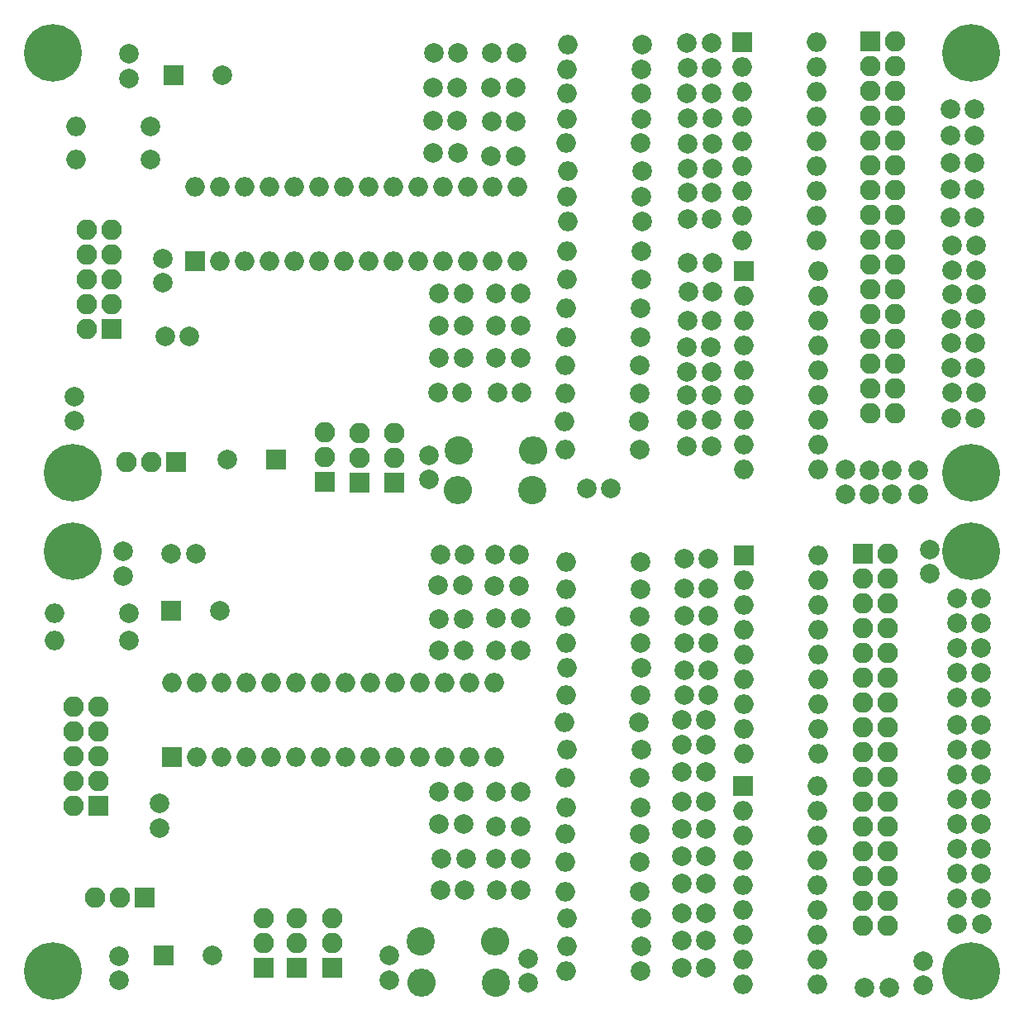
<source format=gbr>
G04 #@! TF.FileFunction,Soldermask,Top*
%FSLAX46Y46*%
G04 Gerber Fmt 4.6, Leading zero omitted, Abs format (unit mm)*
G04 Created by KiCad (PCBNEW 4.0.7) date 03/03/19 07:05:51*
%MOMM*%
%LPD*%
G01*
G04 APERTURE LIST*
%ADD10C,0.100000*%
%ADD11C,2.000000*%
%ADD12R,2.000000X2.000000*%
%ADD13O,2.000000X2.000000*%
%ADD14R,2.100000X2.100000*%
%ADD15O,2.100000X2.100000*%
%ADD16C,5.900000*%
%ADD17C,2.900000*%
%ADD18O,2.900000X2.900000*%
G04 APERTURE END LIST*
D10*
D11*
X88392000Y-144424400D03*
X88392000Y-146924400D03*
X118618000Y-115214400D03*
X121118000Y-115214400D03*
D12*
X124714000Y-74320400D03*
D13*
X132334000Y-94640400D03*
X124714000Y-76860400D03*
X132334000Y-92100400D03*
X124714000Y-79400400D03*
X132334000Y-89560400D03*
X124714000Y-81940400D03*
X132334000Y-87020400D03*
X124714000Y-84480400D03*
X132334000Y-84480400D03*
X124714000Y-87020400D03*
X132334000Y-81940400D03*
X124714000Y-89560400D03*
X132334000Y-79400400D03*
X124714000Y-92100400D03*
X132334000Y-76860400D03*
X124714000Y-94640400D03*
X132334000Y-74320400D03*
D12*
X124561600Y-50850800D03*
D13*
X132181600Y-71170800D03*
X124561600Y-53390800D03*
X132181600Y-68630800D03*
X124561600Y-55930800D03*
X132181600Y-66090800D03*
X124561600Y-58470800D03*
X132181600Y-63550800D03*
X124561600Y-61010800D03*
X132181600Y-61010800D03*
X124561600Y-63550800D03*
X132181600Y-58470800D03*
X124561600Y-66090800D03*
X132181600Y-55930800D03*
X124561600Y-68630800D03*
X132181600Y-53390800D03*
X124561600Y-71170800D03*
X132181600Y-50850800D03*
D11*
X95478600Y-51993800D03*
X92978600Y-51993800D03*
X101447600Y-51968400D03*
X98947600Y-51968400D03*
X95402400Y-55549800D03*
X92902400Y-55549800D03*
X101371400Y-55524400D03*
X98871400Y-55524400D03*
X95402400Y-58877200D03*
X92902400Y-58877200D03*
X101396800Y-59029600D03*
X98896800Y-59029600D03*
X95427800Y-62204600D03*
X92927800Y-62204600D03*
X101346000Y-62509400D03*
X98846000Y-62509400D03*
D12*
X76835000Y-93624400D03*
D11*
X71835000Y-93624400D03*
D14*
X88963500Y-95973900D03*
D15*
X88963500Y-93433900D03*
X88963500Y-90893900D03*
D14*
X85407500Y-95973900D03*
D15*
X85407500Y-93433900D03*
X85407500Y-90893900D03*
D14*
X66548000Y-93878400D03*
D15*
X64008000Y-93878400D03*
X61468000Y-93878400D03*
D11*
X63982600Y-62915800D03*
D13*
X56362600Y-62915800D03*
D16*
X54000000Y-52000000D03*
X56000000Y-95000000D03*
X148000000Y-52000000D03*
D11*
X63931800Y-59512200D03*
D13*
X56311800Y-59512200D03*
D11*
X67970400Y-81026000D03*
X65470400Y-81026000D03*
X65227200Y-75539600D03*
X65227200Y-73039600D03*
X101854000Y-79908400D03*
X99354000Y-79908400D03*
X96012000Y-79908400D03*
X93512000Y-79908400D03*
X118948200Y-50939700D03*
X121448200Y-50939700D03*
X101854000Y-83210400D03*
X99354000Y-83210400D03*
X118986300Y-53454300D03*
X121486300Y-53454300D03*
X96012000Y-83210400D03*
X93512000Y-83210400D03*
X118948200Y-56083200D03*
X121448200Y-56083200D03*
X101981000Y-86766400D03*
X99481000Y-86766400D03*
D14*
X81851500Y-95910400D03*
D15*
X81851500Y-93370400D03*
X81851500Y-90830400D03*
D12*
X68564760Y-73258680D03*
D13*
X101584760Y-65638680D03*
X71104760Y-73258680D03*
X99044760Y-65638680D03*
X73644760Y-73258680D03*
X96504760Y-65638680D03*
X76184760Y-73258680D03*
X93964760Y-65638680D03*
X78724760Y-73258680D03*
X91424760Y-65638680D03*
X81264760Y-73258680D03*
X88884760Y-65638680D03*
X83804760Y-73258680D03*
X86344760Y-65638680D03*
X86344760Y-73258680D03*
X83804760Y-65638680D03*
X88884760Y-73258680D03*
X81264760Y-65638680D03*
X91424760Y-73258680D03*
X78724760Y-65638680D03*
X93964760Y-73258680D03*
X76184760Y-65638680D03*
X96504760Y-73258680D03*
X73644760Y-65638680D03*
X99044760Y-73258680D03*
X71104760Y-65638680D03*
X101584760Y-73258680D03*
X68564760Y-65638680D03*
D11*
X114330480Y-51130200D03*
D13*
X106710480Y-51130200D03*
D11*
X114261900Y-53644800D03*
D13*
X106641900Y-53644800D03*
D11*
X114261900Y-56121300D03*
D13*
X106641900Y-56121300D03*
D11*
X114218720Y-58701940D03*
D13*
X106598720Y-58701940D03*
D11*
X114185700Y-61188600D03*
D13*
X106565700Y-61188600D03*
D11*
X114376200Y-64084200D03*
D13*
X106756200Y-64084200D03*
D11*
X114274600Y-66664840D03*
D13*
X106654600Y-66664840D03*
D11*
X114300000Y-69265800D03*
D13*
X106680000Y-69265800D03*
D11*
X114218720Y-72252840D03*
D13*
X106598720Y-72252840D03*
D11*
X114249200Y-75189080D03*
D13*
X106629200Y-75189080D03*
D11*
X114193320Y-78094840D03*
D13*
X106573320Y-78094840D03*
D11*
X114137440Y-81056480D03*
D13*
X106517440Y-81056480D03*
D11*
X114081560Y-83931760D03*
D13*
X106461560Y-83931760D03*
D11*
X114035840Y-89728040D03*
D13*
X106415840Y-89728040D03*
D11*
X114056160Y-92618560D03*
D13*
X106436160Y-92618560D03*
D17*
X95554800Y-92649040D03*
D18*
X103174800Y-92649040D03*
D11*
X114096800Y-86847680D03*
D13*
X106476800Y-86847680D03*
D14*
X137693400Y-50800000D03*
D15*
X140233400Y-50800000D03*
X137693400Y-53340000D03*
X140233400Y-53340000D03*
X137693400Y-55880000D03*
X140233400Y-55880000D03*
X137693400Y-58420000D03*
X140233400Y-58420000D03*
X137693400Y-60960000D03*
X140233400Y-60960000D03*
X137693400Y-63500000D03*
X140233400Y-63500000D03*
X137693400Y-66040000D03*
X140233400Y-66040000D03*
X137693400Y-68580000D03*
X140233400Y-68580000D03*
X137693400Y-71120000D03*
X140233400Y-71120000D03*
X137693400Y-73660000D03*
X140233400Y-73660000D03*
X137693400Y-76200000D03*
X140233400Y-76200000D03*
X137693400Y-78740000D03*
X140233400Y-78740000D03*
X137693400Y-81280000D03*
X140233400Y-81280000D03*
X137693400Y-83820000D03*
X140233400Y-83820000D03*
X137693400Y-86360000D03*
X140233400Y-86360000D03*
X137693400Y-88900000D03*
X140233400Y-88900000D03*
D12*
X66319400Y-54229000D03*
D11*
X71319400Y-54229000D03*
X96012000Y-76606400D03*
X93512000Y-76606400D03*
X119024400Y-58635900D03*
X121524400Y-58635900D03*
X95885000Y-86766400D03*
X93385000Y-86766400D03*
X118999000Y-61244480D03*
X121499000Y-61244480D03*
X118999000Y-63789560D03*
X121499000Y-63789560D03*
X118968520Y-66273680D03*
X121468520Y-66273680D03*
X118968520Y-68955920D03*
X121468520Y-68955920D03*
X119014240Y-73436480D03*
X121514240Y-73436480D03*
X119054880Y-76443840D03*
X121554880Y-76443840D03*
X118973600Y-79400400D03*
X121473600Y-79400400D03*
X118872000Y-82105500D03*
X121372000Y-82105500D03*
X118917720Y-84612480D03*
X121417720Y-84612480D03*
X118910100Y-87058500D03*
X121410100Y-87058500D03*
X118910100Y-89573100D03*
X121410100Y-89573100D03*
X118943120Y-92232480D03*
X121443120Y-92232480D03*
X145897600Y-60452000D03*
X148397600Y-60452000D03*
X145897600Y-63195200D03*
X148397600Y-63195200D03*
X145897600Y-65938400D03*
X148397600Y-65938400D03*
D16*
X148000000Y-95000000D03*
D17*
X103098600Y-96758760D03*
D18*
X95478600Y-96758760D03*
D11*
X92511880Y-93182440D03*
X92511880Y-95682440D03*
X101854000Y-76606400D03*
X99354000Y-76606400D03*
X145897600Y-68834000D03*
X148397600Y-68834000D03*
X146050000Y-71678800D03*
X148550000Y-71678800D03*
X146050000Y-74218800D03*
X148550000Y-74218800D03*
X146050000Y-76708000D03*
X148550000Y-76708000D03*
X145999200Y-79248000D03*
X148499200Y-79248000D03*
X145999200Y-81686400D03*
X148499200Y-81686400D03*
X145999200Y-84226400D03*
X148499200Y-84226400D03*
X146050000Y-86766400D03*
X148550000Y-86766400D03*
X145999200Y-89357200D03*
X148499200Y-89357200D03*
X142646400Y-94691200D03*
X142646400Y-97191200D03*
X139943840Y-94716600D03*
X139943840Y-97216600D03*
X137581640Y-94681040D03*
X137581640Y-97181040D03*
X135143240Y-94640400D03*
X135143240Y-97140400D03*
X64922400Y-131368800D03*
X64922400Y-128868800D03*
X68580000Y-103276400D03*
X66080000Y-103276400D03*
D12*
X65278000Y-144424400D03*
D11*
X70278000Y-144424400D03*
D12*
X66040000Y-109118400D03*
D11*
X71040000Y-109118400D03*
X96164400Y-103327200D03*
X93664400Y-103327200D03*
X101752400Y-103327200D03*
X99252400Y-103327200D03*
X95961200Y-106527600D03*
X93461200Y-106527600D03*
X101701600Y-106578400D03*
X99201600Y-106578400D03*
X96012000Y-109931200D03*
X93512000Y-109931200D03*
X101854000Y-109880400D03*
X99354000Y-109880400D03*
X96012000Y-113182400D03*
X93512000Y-113182400D03*
X101854000Y-113182400D03*
X99354000Y-113182400D03*
X101854000Y-127660400D03*
X99354000Y-127660400D03*
X96012000Y-127660400D03*
X93512000Y-127660400D03*
X101854000Y-131216400D03*
X99354000Y-131216400D03*
X96012000Y-130962400D03*
X93512000Y-130962400D03*
X118618000Y-103784400D03*
X121118000Y-103784400D03*
X101854000Y-134518400D03*
X99354000Y-134518400D03*
X118618000Y-106832400D03*
X121118000Y-106832400D03*
X96266000Y-134518400D03*
X93766000Y-134518400D03*
X118618000Y-109626400D03*
X121118000Y-109626400D03*
X101904800Y-137718800D03*
X99404800Y-137718800D03*
X118618000Y-112420400D03*
X121118000Y-112420400D03*
X96164400Y-137769600D03*
X93664400Y-137769600D03*
X118618000Y-117754400D03*
X121118000Y-117754400D03*
X118364000Y-120294400D03*
X120864000Y-120294400D03*
X118364000Y-122834400D03*
X120864000Y-122834400D03*
X118364000Y-125628400D03*
X120864000Y-125628400D03*
X118364000Y-128676400D03*
X120864000Y-128676400D03*
X118364000Y-131470400D03*
X120864000Y-131470400D03*
X118364000Y-134264400D03*
X120864000Y-134264400D03*
X118364000Y-137058400D03*
X120864000Y-137058400D03*
X118364000Y-140106400D03*
X120864000Y-140106400D03*
X118364000Y-142900400D03*
X120864000Y-142900400D03*
X118364000Y-145694400D03*
X120864000Y-145694400D03*
X143802100Y-105308400D03*
X143802100Y-102808400D03*
X146558000Y-107848400D03*
X149058000Y-107848400D03*
X146558000Y-110388400D03*
X149058000Y-110388400D03*
X146558000Y-112928400D03*
X149058000Y-112928400D03*
X146558000Y-115468400D03*
X149058000Y-115468400D03*
X146558000Y-118008400D03*
X149058000Y-118008400D03*
X146558000Y-120802400D03*
X149058000Y-120802400D03*
X146558000Y-123342400D03*
X149058000Y-123342400D03*
X146558000Y-125882400D03*
X149058000Y-125882400D03*
X146558000Y-128422400D03*
X149058000Y-128422400D03*
X146558000Y-130962400D03*
X149058000Y-130962400D03*
X146558000Y-133502400D03*
X149058000Y-133502400D03*
X146558000Y-136042400D03*
X149058000Y-136042400D03*
X146558000Y-138582400D03*
X149058000Y-138582400D03*
X146629120Y-141183360D03*
X149129120Y-141183360D03*
X143129000Y-147472400D03*
X143129000Y-144972400D03*
D16*
X56000000Y-103000000D03*
X54000000Y-146000000D03*
X148000000Y-103000000D03*
D14*
X136906000Y-103276400D03*
D15*
X139446000Y-103276400D03*
X136906000Y-105816400D03*
X139446000Y-105816400D03*
X136906000Y-108356400D03*
X139446000Y-108356400D03*
X136906000Y-110896400D03*
X139446000Y-110896400D03*
X136906000Y-113436400D03*
X139446000Y-113436400D03*
X136906000Y-115976400D03*
X139446000Y-115976400D03*
X136906000Y-118516400D03*
X139446000Y-118516400D03*
X136906000Y-121056400D03*
X139446000Y-121056400D03*
X136906000Y-123596400D03*
X139446000Y-123596400D03*
X136906000Y-126136400D03*
X139446000Y-126136400D03*
X136906000Y-128676400D03*
X139446000Y-128676400D03*
X136906000Y-131216400D03*
X139446000Y-131216400D03*
X136906000Y-133756400D03*
X139446000Y-133756400D03*
X136906000Y-136296400D03*
X139446000Y-136296400D03*
X136906000Y-138836400D03*
X139446000Y-138836400D03*
X136906000Y-141376400D03*
X139446000Y-141376400D03*
D16*
X148000000Y-146000000D03*
D14*
X82550000Y-145694400D03*
D15*
X82550000Y-143154400D03*
X82550000Y-140614400D03*
D14*
X78952000Y-145692400D03*
D15*
X78952000Y-143152400D03*
X78952000Y-140612400D03*
D14*
X63373000Y-138455400D03*
D15*
X60833000Y-138455400D03*
X58293000Y-138455400D03*
D14*
X75552000Y-145692400D03*
D15*
X75552000Y-143152400D03*
X75552000Y-140612400D03*
D11*
X114132000Y-104126400D03*
D13*
X106512000Y-104126400D03*
D11*
X114182000Y-106876400D03*
D13*
X106562000Y-106876400D03*
D11*
X114082000Y-109726400D03*
D13*
X106462000Y-109726400D03*
D11*
X114182000Y-112376400D03*
D13*
X106562000Y-112376400D03*
D11*
X114232000Y-114976400D03*
D13*
X106612000Y-114976400D03*
D11*
X114132000Y-117726400D03*
D13*
X106512000Y-117726400D03*
D11*
X114032000Y-120526400D03*
D13*
X106412000Y-120526400D03*
D11*
X114232000Y-123376400D03*
D13*
X106612000Y-123376400D03*
D11*
X114082000Y-126226400D03*
D13*
X106462000Y-126226400D03*
D11*
X114152000Y-129256400D03*
D13*
X106532000Y-129256400D03*
D11*
X114082000Y-131976400D03*
D13*
X106462000Y-131976400D03*
D11*
X114062000Y-134856400D03*
D13*
X106442000Y-134856400D03*
D11*
X114082000Y-137876400D03*
D13*
X106462000Y-137876400D03*
D11*
X114232000Y-140636400D03*
D13*
X106612000Y-140636400D03*
D11*
X114222000Y-143526400D03*
D13*
X106602000Y-143526400D03*
D11*
X114182000Y-145996400D03*
D13*
X106562000Y-145996400D03*
D17*
X91617800Y-142941040D03*
D18*
X99237800Y-142941040D03*
D17*
X99329240Y-147218400D03*
D18*
X91709240Y-147218400D03*
D11*
X61722000Y-112166400D03*
D13*
X54102000Y-112166400D03*
D11*
X61722000Y-109372400D03*
D13*
X54102000Y-109372400D03*
D12*
X66132000Y-124076400D03*
D13*
X99152000Y-116456400D03*
X68672000Y-124076400D03*
X96612000Y-116456400D03*
X71212000Y-124076400D03*
X94072000Y-116456400D03*
X73752000Y-124076400D03*
X91532000Y-116456400D03*
X76292000Y-124076400D03*
X88992000Y-116456400D03*
X78832000Y-124076400D03*
X86452000Y-116456400D03*
X81372000Y-124076400D03*
X83912000Y-116456400D03*
X83912000Y-124076400D03*
X81372000Y-116456400D03*
X86452000Y-124076400D03*
X78832000Y-116456400D03*
X88992000Y-124076400D03*
X76292000Y-116456400D03*
X91532000Y-124076400D03*
X73752000Y-116456400D03*
X94072000Y-124076400D03*
X71212000Y-116456400D03*
X96612000Y-124076400D03*
X68672000Y-116456400D03*
X99152000Y-124076400D03*
X66132000Y-116456400D03*
D12*
X124739400Y-103479600D03*
D13*
X132359400Y-123799600D03*
X124739400Y-106019600D03*
X132359400Y-121259600D03*
X124739400Y-108559600D03*
X132359400Y-118719600D03*
X124739400Y-111099600D03*
X132359400Y-116179600D03*
X124739400Y-113639600D03*
X132359400Y-113639600D03*
X124739400Y-116179600D03*
X132359400Y-111099600D03*
X124739400Y-118719600D03*
X132359400Y-108559600D03*
X124739400Y-121259600D03*
X132359400Y-106019600D03*
X124739400Y-123799600D03*
X132359400Y-103479600D03*
D12*
X124632000Y-127076400D03*
D13*
X132252000Y-147396400D03*
X124632000Y-129616400D03*
X132252000Y-144856400D03*
X124632000Y-132156400D03*
X132252000Y-142316400D03*
X124632000Y-134696400D03*
X132252000Y-139776400D03*
X124632000Y-137236400D03*
X132252000Y-137236400D03*
X124632000Y-139776400D03*
X132252000Y-134696400D03*
X124632000Y-142316400D03*
X132252000Y-132156400D03*
X124632000Y-144856400D03*
X132252000Y-129616400D03*
X124632000Y-147396400D03*
X132252000Y-127076400D03*
D11*
X108625640Y-96621600D03*
X111125640Y-96621600D03*
X102641400Y-144744440D03*
X102641400Y-147244440D03*
X148386800Y-57708800D03*
X145886800Y-57708800D03*
X139649200Y-147751800D03*
X137149200Y-147751800D03*
X56134000Y-87147400D03*
X56134000Y-89647400D03*
X61760100Y-54584600D03*
X61760100Y-52084600D03*
X60706000Y-146964400D03*
X60706000Y-144464400D03*
X61137800Y-105524300D03*
X61137800Y-103024300D03*
D14*
X60007500Y-80276700D03*
D15*
X57467500Y-80276700D03*
X60007500Y-77736700D03*
X57467500Y-77736700D03*
X60007500Y-75196700D03*
X57467500Y-75196700D03*
X60007500Y-72656700D03*
X57467500Y-72656700D03*
X60007500Y-70116700D03*
X57467500Y-70116700D03*
D14*
X58623200Y-129133600D03*
D15*
X56083200Y-129133600D03*
X58623200Y-126593600D03*
X56083200Y-126593600D03*
X58623200Y-124053600D03*
X56083200Y-124053600D03*
X58623200Y-121513600D03*
X56083200Y-121513600D03*
X58623200Y-118973600D03*
X56083200Y-118973600D03*
M02*

</source>
